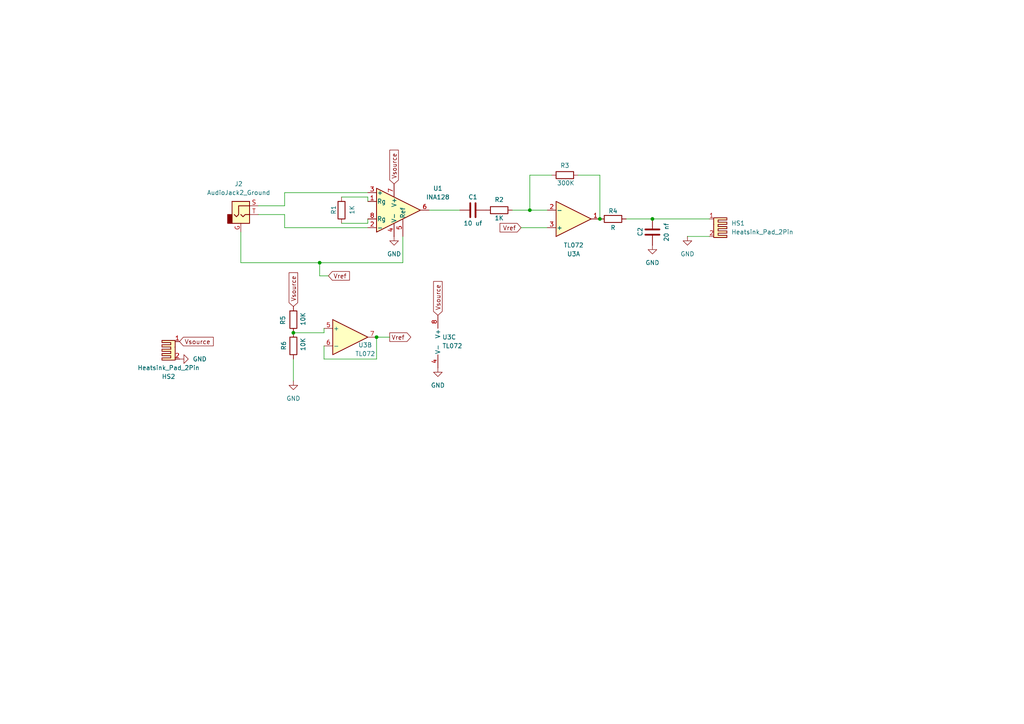
<source format=kicad_sch>
(kicad_sch (version 20231120) (generator "eeschema") (generator_version "8.0")
  (paper "A4")
  (title_block (title "Placa Cabra ") (date "2024-10-18"))
  (lib_symbols
    (symbol "Amplifier_Instrumentation:INA128" (pin_names (offset 0.127))
      (property "Reference" "U" (at 3.81 3.175 0))
      (property "Value" "INA128" (at 3.81 -3.175 0))
      (symbol "INA128_0_1"
        (polyline (pts (xy 7.62 0) (xy -5.08 6.35) (xy -5.08 -6.35) (xy 7.62 0)) (stroke (width 0.254)) (fill (type background)))
      )
      (symbol "INA128_1_1"
        (pin passive line (at -7.62 2.54 0) (length 2.54) (name "Rg") (number "1"))
        (pin input line (at -7.62 -5.08 0) (length 2.54) (name "-") (number "2"))
        (pin input line (at -7.62 5.08 0) (length 2.54) (name "+") (number "3"))
        (pin power_in line (at 0 -7.62 90) (length 3.81) (name "V-") (number "4"))
        (pin input line (at 2.54 -7.62 90) (length 5.08) (name "Ref") (number "5"))
        (pin output line (at 10.16 0 180) (length 2.54) (name "~") (number "6"))
        (pin power_in line (at 0 7.62 270) (length 3.81) (name "V+") (number "7"))
        (pin passive line (at -7.62 -2.54 0) (length 2.54) (name "Rg") (number "8"))
      )
    )
    (symbol "Amplifier_Operational:TL072" (pin_names (offset 0.127))
      (property "Reference" "U" (at 0 5.08 0))
      (property "Value" "TL072" (at 0 -5.08 0))
      (symbol "TL072_1_1"
        (polyline (pts (xy -5.08 5.08) (xy 5.08 0) (xy -5.08 -5.08) (xy -5.08 5.08)) (stroke (width 0.254)) (fill (type background)))
        (pin output line (at 7.62 0 180) (length 2.54) (name "~") (number "1"))
        (pin input line (at -7.62 -2.54 0) (length 2.54) (name "-") (number "2"))
        (pin input line (at -7.62 2.54 0) (length 2.54) (name "+") (number "3"))
      )
      (symbol "TL072_2_1"
        (polyline (pts (xy -5.08 5.08) (xy 5.08 0) (xy -5.08 -5.08) (xy -5.08 5.08)) (stroke (width 0.254)) (fill (type background)))
        (pin input line (at -7.62 2.54 0) (length 2.54) (name "+") (number "5"))
        (pin input line (at -7.62 -2.54 0) (length 2.54) (name "-") (number "6"))
        (pin output line (at 7.62 0 180) (length 2.54) (name "~") (number "7"))
      )
      (symbol "TL072_3_1"
        (pin power_in line (at -2.54 -7.62 90) (length 3.81) (name "V-") (number "4"))
        (pin power_in line (at -2.54 7.62 270) (length 3.81) (name "V+") (number "8"))
      )
    )
    (symbol "Connector_Audio:AudioJack2_Ground"
      (property "Reference" "J" (at 0 8.89 0))
      (property "Value" "AudioJack2_Ground" (at 0 6.35 0))
      (symbol "AudioJack2_Ground_0_1"
        (rectangle (start -2.54 -2.54) (end -3.81 0) (stroke (width 0.254)) (fill (type outline)))
        (polyline (pts (xy 0 0) (xy 0.635 -0.635) (xy 1.27 0) (xy 2.54 0)) (stroke (width 0.254)))
        (polyline (pts (xy 2.54 2.54) (xy -0.635 2.54) (xy -0.635 0) (xy -1.27 -0.635) (xy -1.905 0)) (stroke (width 0.254)))
        (rectangle (start 2.54 3.81) (end -2.54 -2.54) (stroke (width 0.254)) (fill (type background)))
      )
      (symbol "AudioJack2_Ground_1_1"
        (pin passive line (at 0 -5.08 90) (length 2.54) (name "~") (number "G"))
        (pin passive line (at 5.08 2.54 180) (length 2.54) (name "~") (number "S"))
        (pin passive line (at 5.08 0 180) (length 2.54) (name "~") (number "T"))
      )
    )
    (symbol "Device:C" (pin_numbers hide) (pin_names (offset 0.254))
      (property "Reference" "C" (at 0.635 2.54 0))
      (property "Value" "C" (at 0.635 -2.54 0))
      (symbol "C_0_1"
        (polyline (pts (xy -2.032 -0.762) (xy 2.032 -0.762)) (stroke (width 0.508)))
        (polyline (pts (xy -2.032 0.762) (xy 2.032 0.762)) (stroke (width 0.508)))
      )
      (symbol "C_1_1"
        (pin passive line (at 0 3.81 270) (length 2.794) (name "~") (number "1"))
        (pin passive line (at 0 -3.81 90) (length 2.794) (name "~") (number "2"))
      )
    )
    (symbol "Device:R" (pin_numbers hide) (pin_names (offset 0))
      (property "Reference" "R" (at 2.032 0 90))
      (property "Value" "R" (at 0 0 90))
      (symbol "R_0_1"
        (rectangle (start -1.016 -2.54) (end 1.016 2.54) (stroke (width 0.254)))
      )
      (symbol "R_1_1"
        (pin passive line (at 0 3.81 270) (length 1.27) (name "~") (number "1"))
        (pin passive line (at 0 -3.81 90) (length 1.27) (name "~") (number "2"))
      )
    )
    (symbol "Mechanical:Heatsink_Pad_2Pin" (pin_names (offset 0)) (exclude_from_sim yes)
      (property "Reference" "HS" (at 0 5.715 0))
      (property "Value" "Heatsink_Pad_2Pin" (at 0 3.81 0))
      (symbol "Heatsink_Pad_2Pin_0_1"
        (polyline (pts (xy -0.3302 0) (xy -0.9652 0) (xy -0.9652 2.54) (xy -1.6002 2.54) (xy -1.6002 0) (xy -2.2352 0) (xy -2.2352 2.54) (xy -2.8702 2.54) (xy -2.8702 -1.27) (xy -0.9652 -1.27)) (stroke (width 0.254)) (fill (type background)))
        (polyline (pts (xy -0.3302 0) (xy -0.3302 2.54) (xy 0.3048 2.54) (xy 0.3048 0) (xy 0.9398 0) (xy 0.9398 2.54) (xy 1.5748 2.54) (xy 1.5748 0) (xy 2.2098 0) (xy 2.2098 2.54) (xy 2.8448 2.54) (xy 2.8448 -1.27) (xy -0.9652 -1.27)) (stroke (width 0.254)) (fill (type background)))
      )
      (symbol "Heatsink_Pad_2Pin_1_1"
        (pin passive line (at -2.54 -2.54 90) (length 1.27) (name "~") (number "1"))
        (pin passive line (at 2.54 -2.54 90) (length 1.27) (name "~") (number "2"))
      )
    )
    (symbol "power:GND" (power) (pin_numbers hide) (pin_names (offset 0) hide)
      (property "Value" "GND" (at 0 -3.81 0))
      (symbol "GND_0_1"
        (polyline (pts (xy 0 0) (xy 0 -1.27) (xy 1.27 -1.27) (xy 0 -2.54) (xy -1.27 -1.27) (xy 0 -1.27)))
      )
      (symbol "GND_1_1"
        (pin power_in line (at 0 0 270) (length 0) (name "~") (number "1"))
      )
    )
  )
  (junction (at 109.22 97.79))
  (junction (at 153.67 60.96))
  (junction (at 85.09 96.52))
  (junction (at 189.23 63.5))
  (junction (at 173.99 63.5))
  (junction (at 92.71 76.2))
  (wire (pts (xy 153.67 60.96) (xy 153.67 50.8)))
  (wire (pts (xy 116.84 76.2) (xy 116.84 68.58)))
  (wire (pts (xy 153.67 50.8) (xy 160.02 50.8)))
  (wire (pts (xy 109.22 97.79) (xy 113.03 97.79)))
  (wire (pts (xy 82.55 59.69) (xy 82.55 55.88)))
  (wire (pts (xy 69.85 76.2) (xy 92.71 76.2)))
  (wire (pts (xy 205.74 68.58) (xy 199.39 68.58)))
  (wire (pts (xy 93.98 100.33) (xy 93.98 104.14)))
  (wire (pts (xy 109.22 104.14) (xy 109.22 97.79)))
  (wire (pts (xy 92.71 80.01) (xy 92.71 76.2)))
  (wire (pts (xy 93.98 104.14) (xy 109.22 104.14)))
  (wire (pts (xy 167.64 50.8) (xy 173.99 50.8)))
  (wire (pts (xy 106.68 63.5) (xy 106.68 64.77)))
  (wire (pts (xy 82.55 55.88) (xy 106.68 55.88)))
  (wire (pts (xy 189.23 63.5) (xy 181.61 63.5)))
  (wire (pts (xy 189.23 63.5) (xy 205.74 63.5)))
  (wire (pts (xy 85.09 96.52) (xy 93.98 96.52)))
  (wire (pts (xy 95.25 80.01) (xy 92.71 80.01)))
  (wire (pts (xy 74.93 62.23) (xy 82.55 62.23)))
  (wire (pts (xy 124.46 60.96) (xy 133.35 60.96)))
  (wire (pts (xy 92.71 76.2) (xy 116.84 76.2)))
  (wire (pts (xy 148.59 60.96) (xy 153.67 60.96)))
  (wire (pts (xy 153.67 60.96) (xy 158.75 60.96)))
  (wire (pts (xy 82.55 66.04) (xy 106.68 66.04)))
  (wire (pts (xy 74.93 59.69) (xy 82.55 59.69)))
  (wire (pts (xy 99.06 57.15) (xy 106.68 57.15)))
  (wire (pts (xy 85.09 110.49) (xy 85.09 104.14)))
  (wire (pts (xy 82.55 62.23) (xy 82.55 66.04)))
  (wire (pts (xy 99.06 64.77) (xy 106.68 64.77)))
  (wire (pts (xy 93.98 96.52) (xy 93.98 95.25)))
  (wire (pts (xy 69.85 67.31) (xy 69.85 76.2)))
  (wire (pts (xy 106.68 57.15) (xy 106.68 58.42)))
  (wire (pts (xy 151.13 66.04) (xy 158.75 66.04)))
  (wire (pts (xy 173.99 50.8) (xy 173.99 63.5)))
  (global_label "Vsource" (shape input) (at 52.07 99.06 0) (property "Intersheetrefs" "${INTERSHEET_REFS}" (effects (hide yes))))
  (global_label "Vref" (shape output) (at 113.03 97.79 0) (property "Intersheetrefs" "${INTERSHEET_REFS}" (effects (hide yes))))
  (global_label "Vref" (shape input) (at 151.13 66.04 180) (property "Intersheetrefs" "${INTERSHEET_REFS}" (effects (hide yes))))
  (global_label "Vsource" (shape input) (at 85.09 88.9 90) (property "Intersheetrefs" "${INTERSHEET_REFS}" (effects (hide yes))))
  (global_label "Vref" (shape input) (at 95.25 80.01 0) (property "Intersheetrefs" "${INTERSHEET_REFS}" (effects (hide yes))))
  (global_label "Vsource" (shape input) (at 127 91.44 90) (property "Intersheetrefs" "${INTERSHEET_REFS}" (effects (hide yes))))
  (global_label "Vsource" (shape input) (at 114.3 53.34 90) (property "Intersheetrefs" "${INTERSHEET_REFS}" (effects (hide yes))))
  (symbol (lib_id "power:GND") (at 85.09 110.49 0) (unit 1)
    (property "Reference" "#PWR01" (effects (hide yes)))
    (property "Value" "GND" (at 85.09 115.57 0))
    (property "Description" "Power symbol creates a global label with name \"GND\" , ground" (effects (hide yes)))
  )
  (symbol (lib_id "power:GND") (at 127 106.68 0) (unit 1)
    (property "Reference" "#PWR05" (effects (hide yes)))
    (property "Value" "GND" (at 127 111.76 0))
    (property "Description" "Power symbol creates a global label with name \"GND\" , ground" (effects (hide yes)))
  )
  (symbol (lib_id "power:GND") (at 199.39 68.58 0) (unit 1)
    (property "Reference" "#PWR04" (effects (hide yes)))
    (property "Value" "GND" (at 199.39 73.66 0))
    (property "Description" "Power symbol creates a global label with name \"GND\" , ground" (effects (hide yes)))
  )
  (symbol (lib_id "Device:R") (at 144.78 60.96 90) (unit 1)
    (property "Reference" "R2" (at 144.78 57.912 90))
    (property "Value" "1K" (at 144.78 63.246 90))
    (property "Footprint" "Resistor_THT:R_Axial_DIN0204_L3.6mm_D1.6mm_P7.62mm_Horizontal" (effects (hide yes)))
    (property "Description" "Resistor" (effects (hide yes)))
  )
  (symbol (lib_id "Device:R") (at 85.09 100.33 0) (unit 1)
    (property "Reference" "R6" (at 82.296 101.6 90) (effects (justify left)))
    (property "Value" "10K" (at 87.884 101.854 90) (effects (justify left)))
    (property "Footprint" "Resistor_THT:R_Axial_DIN0204_L3.6mm_D1.6mm_P7.62mm_Horizontal" (effects (hide yes)))
    (property "Description" "Resistor" (effects (hide yes)))
  )
  (symbol (lib_id "power:GND") (at 52.07 104.14 90) (unit 1)
    (property "Reference" "#PWR06" (effects (hide yes)))
    (property "Value" "GND" (at 55.88 104.1399 90) (effects (justify right)))
    (property "Description" "Power symbol creates a global label with name \"GND\" , ground" (effects (hide yes)))
  )
  (symbol (lib_id "Device:R") (at 163.83 50.8 90) (unit 1)
    (property "Reference" "R3" (at 163.83 48.006 90))
    (property "Value" "300K" (at 164.084 53.086 90))
    (property "Footprint" "Resistor_THT:R_Axial_DIN0204_L3.6mm_D1.6mm_P7.62mm_Horizontal" (effects (hide yes)))
    (property "Description" "Resistor" (effects (hide yes)))
  )
  (symbol (lib_id "Device:C") (at 189.23 67.31 180) (unit 1)
    (property "Reference" "C2" (at 185.674 68.58 90) (effects (justify right)))
    (property "Value" "20 nf" (at 193.294 70.104 90) (effects (justify right)))
    (property "Footprint" "Capacitor_THT:CP_Radial_D5.0mm_P2.50mm" (effects (hide yes)))
    (property "Description" "Unpolarized capacitor" (effects (hide yes)))
  )
  (symbol (lib_id "Device:R") (at 85.09 92.71 0) (unit 1)
    (property "Reference" "R5" (at 82.042 94.234 90) (effects (justify left)))
    (property "Value" "10K" (at 87.884 94.488 90) (effects (justify left)))
    (property "Footprint" "Resistor_THT:R_Axial_DIN0204_L3.6mm_D1.6mm_P7.62mm_Horizontal" (effects (hide yes)))
    (property "Description" "Resistor" (effects (hide yes)))
  )
  (symbol (lib_id "Device:R") (at 177.8 63.5 90) (unit 1)
    (property "Reference" "R4" (at 177.8 61.214 90))
    (property "Value" "R" (at 177.8 66.04 90))
    (property "Footprint" "Resistor_THT:R_Axial_DIN0204_L3.6mm_D1.6mm_P7.62mm_Horizontal" (effects (hide yes)))
    (property "Description" "Resistor" (effects (hide yes)))
  )
  (symbol (lib_id "Amplifier_Operational:TL072") (at 129.54 99.06 0) (unit 3)
    (property "Reference" "U3" (at 128.27 97.7899 0) (effects (justify left)))
    (property "Value" "TL072" (at 128.27 100.3299 0) (effects (justify left)))
    (property "Datasheet" "http://www.ti.com/lit/ds/symlink/tl071.pdf" (effects (hide yes)))
    (property "Description" "Dual Low-Noise JFET-Input Operational Amplifiers, DIP-8/SOIC-8" (effects (hide yes)))
  )
  (symbol (lib_id "power:GND") (at 114.3 68.58 0) (unit 1)
    (property "Reference" "#PWR02" (effects (hide yes)))
    (property "Value" "GND" (at 114.3 73.66 0))
    (property "Description" "Power symbol creates a global label with name \"GND\" , ground" (effects (hide yes)))
  )
  (symbol (lib_id "power:GND") (at 189.23 71.12 0) (unit 1)
    (property "Reference" "#PWR03" (effects (hide yes)))
    (property "Value" "GND" (at 189.23 76.2 0))
    (property "Description" "Power symbol creates a global label with name \"GND\" , ground" (effects (hide yes)))
  )
  (symbol (lib_id "Device:C") (at 137.16 60.96 90) (unit 1)
    (property "Reference" "C1" (at 137.16 57.15 90))
    (property "Value" "10 uf" (at 137.16 64.77 90))
    (property "Footprint" "Capacitor_THT:C_Disc_D5.0mm_W2.5mm_P2.50mm" (effects (hide yes)))
    (property "Description" "Unpolarized capacitor" (effects (hide yes)))
  )
  (symbol (lib_id "Amplifier_Operational:TL072") (at 166.37 63.5 0) (mirror x) (unit 1)
    (property "Reference" "U3" (at 166.37 73.66 0))
    (property "Value" "TL072" (at 166.37 71.12 0))
    (property "Datasheet" "http://www.ti.com/lit/ds/symlink/tl071.pdf" (effects (hide yes)))
    (property "Description" "Dual Low-Noise JFET-Input Operational Amplifiers, DIP-8/SOIC-8" (effects (hide yes)))
  )
  (symbol (lib_id "Amplifier_Instrumentation:INA128") (at 114.3 60.96 0) (unit 1)
    (property "Reference" "U1" (at 127 54.6414 0))
    (property "Value" "INA128" (at 127 57.1814 0))
    (property "Datasheet" "http://www.ti.com/lit/ds/symlink/ina128.pdf" (effects (hide yes)))
    (property "Description" "Precision, Low Power Instrumentation Amplifier G = 1 + 50kOhm/Rg, DIP-8/SOIC-8" (effects (hide yes)))
  )
  (symbol (lib_id "Device:R") (at 99.06 60.96 0) (unit 1)
    (property "Reference" "R1" (at 96.774 62.23 90) (effects (justify left)))
    (property "Value" "1K" (at 102.108 62.23 90) (effects (justify left)))
    (property "Footprint" "Resistor_THT:R_Axial_DIN0204_L3.6mm_D1.6mm_P7.62mm_Horizontal" (effects (hide yes)))
    (property "Description" "Resistor" (effects (hide yes)))
  )
  (symbol (lib_id "Mechanical:Heatsink_Pad_2Pin") (at 208.28 66.04 270) (unit 1) (exclude_from_sim yes)
    (property "Reference" "HS1" (at 212.09 64.7572 90) (effects (justify left)))
    (property "Value" "Heatsink_Pad_2Pin" (at 212.09 67.2972 90) (effects (justify left)))
    (property "Footprint" "Connector_PinHeader_2.00mm:PinHeader_1x02_P2.00mm_Horizontal" (effects (hide yes)))
    (property "Description" "Heatsink with electrical connection, 2 pin" (effects (hide yes)))
  )
  (symbol (lib_id "Amplifier_Operational:TL072") (at 101.6 97.79 0) (unit 2)
    (property "Reference" "U3" (at 105.918 100.076 0))
    (property "Value" "TL072" (at 105.918 102.616 0))
    (property "Datasheet" "http://www.ti.com/lit/ds/symlink/tl071.pdf" (effects (hide yes)))
    (property "Description" "Dual Low-Noise JFET-Input Operational Amplifiers, DIP-8/SOIC-8" (effects (hide yes)))
  )
  (symbol (lib_id "Connector_Audio:AudioJack2_Ground") (at 69.85 62.23 0) (unit 1)
    (property "Reference" "J2" (at 69.215 53.34 0))
    (property "Value" "AudioJack2_Ground" (at 69.215 55.88 0))
    (property "Footprint" "Connector_Audio:Jack_3.5mm_PJ311_Horizontal" (effects (hide yes)))
    (property "Description" "Audio Jack, 2 Poles (Mono / TS), Grounded Sleeve" (effects (hide yes)))
  )
  (symbol (lib_id "Mechanical:Heatsink_Pad_2Pin") (at 49.53 101.6 90) (mirror x) (unit 1) (exclude_from_sim yes)
    (property "Reference" "HS2" (at 48.895 109.22 90))
    (property "Value" "Heatsink_Pad_2Pin" (at 48.895 106.68 90))
    (property "Footprint" "Connector_PinHeader_2.00mm:PinHeader_1x02_P2.00mm_Horizontal" (effects (hide yes)))
    (property "Description" "Heatsink with electrical connection, 2 pin" (effects (hide yes)))
  )
)
</source>
